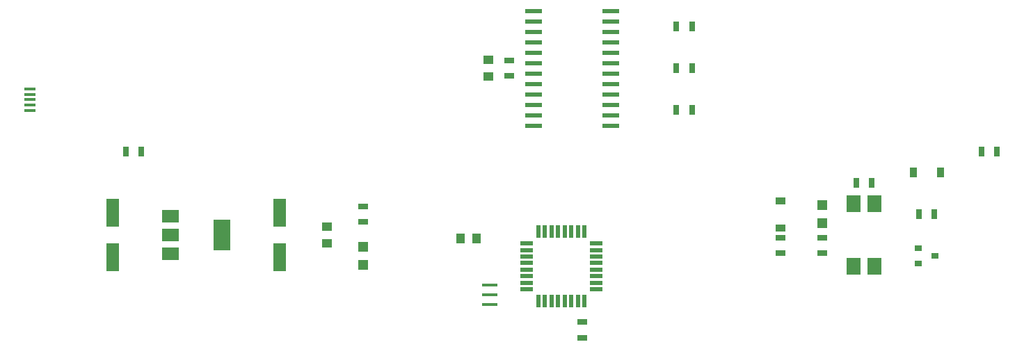
<source format=gbr>
G04 #@! TF.FileFunction,Paste,Top*
%FSLAX46Y46*%
G04 Gerber Fmt 4.6, Leading zero omitted, Abs format (unit mm)*
G04 Created by KiCad (PCBNEW 4.0.6) date Friday 09 June 2017 00:17:03*
%MOMM*%
%LPD*%
G01*
G04 APERTURE LIST*
%ADD10C,0.100000*%
%ADD11R,1.000000X1.250000*%
%ADD12R,1.250000X1.000000*%
%ADD13R,0.900000X0.800000*%
%ADD14R,1.300000X0.700000*%
%ADD15R,0.700000X1.300000*%
%ADD16R,2.000000X0.600000*%
%ADD17R,1.200000X1.200000*%
%ADD18R,1.600000X0.550000*%
%ADD19R,0.550000X1.600000*%
%ADD20R,1.780000X2.000000*%
%ADD21R,2.000000X3.800000*%
%ADD22R,2.000000X1.500000*%
%ADD23R,1.600000X3.500000*%
%ADD24R,1.200000X0.900000*%
%ADD25R,0.900000X1.200000*%
%ADD26R,1.350000X0.400000*%
%ADD27R,1.900000X0.400000*%
G04 APERTURE END LIST*
D10*
D11*
X127381000Y-109601000D03*
X129381000Y-109601000D03*
D12*
X130810000Y-87900000D03*
X130810000Y-89900000D03*
D13*
X183150000Y-110810000D03*
X183150000Y-112710000D03*
X185150000Y-111760000D03*
D14*
X166370000Y-111440000D03*
X166370000Y-109540000D03*
X133350000Y-89850000D03*
X133350000Y-87950000D03*
D15*
X155575000Y-83820000D03*
X153675000Y-83820000D03*
X155570000Y-88900000D03*
X153670000Y-88900000D03*
X88580000Y-99060000D03*
X86680000Y-99060000D03*
D14*
X171450000Y-111440000D03*
X171450000Y-109540000D03*
D15*
X175580000Y-102870000D03*
X177480000Y-102870000D03*
X183200000Y-106680000D03*
X185100000Y-106680000D03*
D16*
X145670000Y-95885000D03*
X145670000Y-94615000D03*
X145670000Y-93345000D03*
X145670000Y-92075000D03*
X145670000Y-90805000D03*
X145670000Y-89535000D03*
X145670000Y-88265000D03*
X145670000Y-86995000D03*
X145670000Y-85725000D03*
X145670000Y-84455000D03*
X145670000Y-83185000D03*
X145670000Y-81915000D03*
X136270000Y-81915000D03*
X136270000Y-83185000D03*
X136270000Y-84455000D03*
X136270000Y-85725000D03*
X136270000Y-86995000D03*
X136270000Y-88265000D03*
X136270000Y-89535000D03*
X136270000Y-90805000D03*
X136270000Y-92075000D03*
X136270000Y-93345000D03*
X136270000Y-94615000D03*
X136270000Y-95885000D03*
D17*
X171450000Y-105580000D03*
X171450000Y-107780000D03*
D18*
X135450000Y-110230000D03*
X135450000Y-111030000D03*
X135450000Y-111830000D03*
X135450000Y-112630000D03*
X135450000Y-113430000D03*
X135450000Y-114230000D03*
X135450000Y-115030000D03*
X135450000Y-115830000D03*
D19*
X136900000Y-117280000D03*
X137700000Y-117280000D03*
X138500000Y-117280000D03*
X139300000Y-117280000D03*
X140100000Y-117280000D03*
X140900000Y-117280000D03*
X141700000Y-117280000D03*
X142500000Y-117280000D03*
D18*
X143950000Y-115830000D03*
X143950000Y-115030000D03*
X143950000Y-114230000D03*
X143950000Y-113430000D03*
X143950000Y-112630000D03*
X143950000Y-111830000D03*
X143950000Y-111030000D03*
X143950000Y-110230000D03*
D19*
X142500000Y-108780000D03*
X141700000Y-108780000D03*
X140900000Y-108780000D03*
X140100000Y-108780000D03*
X139300000Y-108780000D03*
X138500000Y-108780000D03*
X137700000Y-108780000D03*
X136900000Y-108780000D03*
D17*
X115570000Y-112860000D03*
X115570000Y-110660000D03*
D14*
X115570000Y-107630000D03*
X115570000Y-105730000D03*
D20*
X177800000Y-105410000D03*
X175260000Y-113030000D03*
X175260000Y-105410000D03*
X177800000Y-113030000D03*
D21*
X98400000Y-109220000D03*
D22*
X92100000Y-109220000D03*
X92100000Y-111520000D03*
X92100000Y-106920000D03*
D14*
X142240000Y-121724500D03*
X142240000Y-119824500D03*
D15*
X190820000Y-99060000D03*
X192720000Y-99060000D03*
D23*
X85090000Y-111920000D03*
X85090000Y-106520000D03*
X105410000Y-111920000D03*
X105410000Y-106520000D03*
D24*
X166370000Y-105030000D03*
X166370000Y-108330000D03*
D25*
X185800000Y-101600000D03*
X182500000Y-101600000D03*
D26*
X75010000Y-91410000D03*
X75010000Y-92060000D03*
X75010000Y-92710000D03*
X75010000Y-93360000D03*
X75010000Y-94010000D03*
D15*
X153675000Y-93980000D03*
X155575000Y-93980000D03*
D12*
X111125000Y-110220000D03*
X111125000Y-108220000D03*
D27*
X130937000Y-116459000D03*
X130937000Y-117659000D03*
X130937000Y-115259000D03*
M02*

</source>
